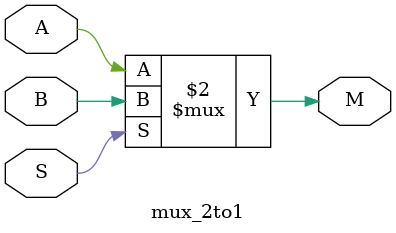
<source format=v>
module mux_2to1 (M, A, B, S);
   input A, B, S;
   output M;

   assign M = (S == 1) ? B : A;

endmodule
</source>
